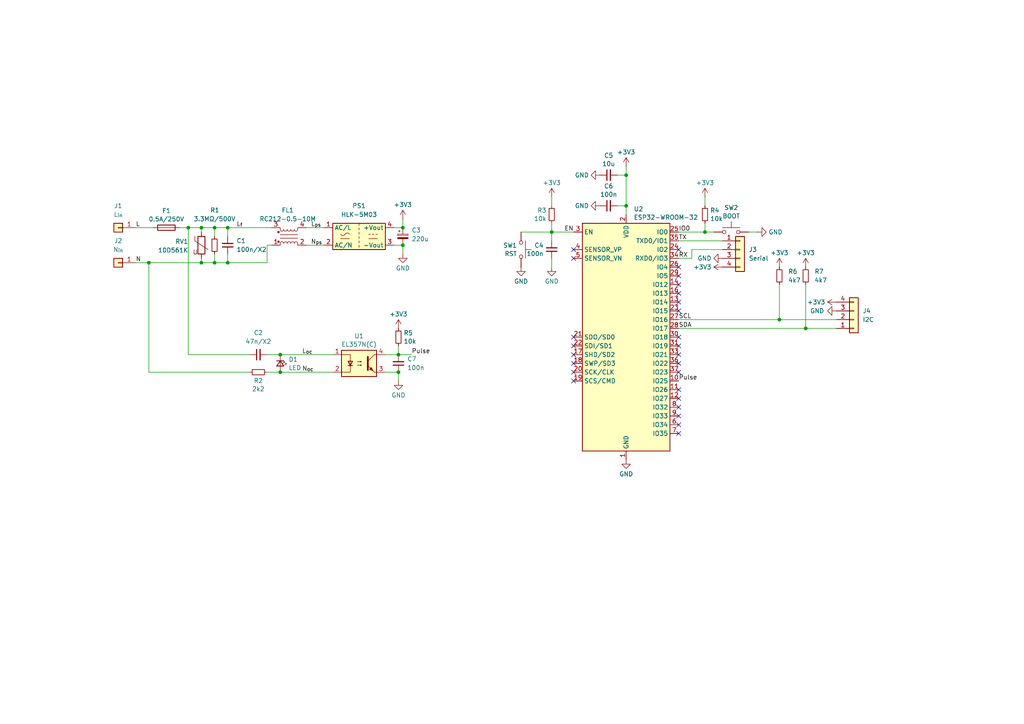
<source format=kicad_sch>
(kicad_sch (version 20231120) (generator "eeschema") (generator_version "8.0")
  (paper "A4")
  (title_block (title "Mains Frequency Monitor") (date "${DATE}") (rev "${VERSION}") (company "Qetesh"))
  (lib_symbols
    (symbol "Connector_Generic:Conn_01x01" (pin_names (offset 1.016) hide)
      (property "Reference" "J" (at 0 2.54 0))
      (property "Value" "Conn_01x01" (at 0 -2.54 0))
      (symbol "Conn_01x01_1_1"
        (rectangle (start -1.27 0.127) (end 0 -0.127) (stroke (width 0.1524)))
        (rectangle (start -1.27 1.27) (end 1.27 -1.27) (stroke (width 0.254)) (fill (type background)))
        (pin passive line (at -5.08 0 0) (length 3.81) (name "Pin_1") (number "1"))
      )
    )
    (symbol "Connector_Generic:Conn_01x04" (pin_names (offset 1.016) hide)
      (property "Reference" "J" (at 0 5.08 0))
      (property "Value" "Conn_01x04" (at 0 -7.62 0))
      (symbol "Conn_01x04_1_1"
        (rectangle (start -1.27 -4.953) (end 0 -5.207) (stroke (width 0.1524)))
        (rectangle (start -1.27 -2.413) (end 0 -2.667) (stroke (width 0.1524)))
        (rectangle (start -1.27 0.127) (end 0 -0.127) (stroke (width 0.1524)))
        (rectangle (start -1.27 2.667) (end 0 2.413) (stroke (width 0.1524)))
        (rectangle (start -1.27 3.81) (end 1.27 -6.35) (stroke (width 0.254)) (fill (type background)))
        (pin passive line (at -5.08 2.54 0) (length 3.81) (name "Pin_1") (number "1"))
        (pin passive line (at -5.08 0 0) (length 3.81) (name "Pin_2") (number "2"))
        (pin passive line (at -5.08 -2.54 0) (length 3.81) (name "Pin_3") (number "3"))
        (pin passive line (at -5.08 -5.08 0) (length 3.81) (name "Pin_4") (number "4"))
      )
    )
    (symbol "Converter_ACDC:HLK-5M03"
      (property "Reference" "PS1" (at 0 8.89 0))
      (property "Value" "HLK-5M03" (at 0 6.35 0))
      (symbol "HLK-5M03_0_1"
        (rectangle (start -7.62 3.81) (end 7.62 -3.81) (stroke (width 0.254)) (fill (type background)))
        (arc (start -5.334 0.635) (mid -4.699 0.2495) (end -4.064 0.635))
        (arc (start -2.794 0.635) (mid -3.429 1.0072) (end -4.064 0.635))
        (polyline (pts (xy -5.334 -0.635) (xy -2.794 -0.635)))
        (polyline (pts (xy 0 -2.54) (xy 0 -3.175)))
        (polyline (pts (xy 0 -1.27) (xy 0 -1.905)))
        (polyline (pts (xy 0 0) (xy 0 -0.635)))
        (polyline (pts (xy 0 1.27) (xy 0 0.635)))
        (polyline (pts (xy 0 2.54) (xy 0 1.905)))
        (polyline (pts (xy 0 3.81) (xy 0 3.175)))
        (polyline (pts (xy 2.794 -0.635) (xy 5.334 -0.635)))
        (polyline (pts (xy 2.794 0.635) (xy 3.302 0.635)))
        (polyline (pts (xy 3.81 0.635) (xy 4.318 0.635)))
        (polyline (pts (xy 4.826 0.635) (xy 5.334 0.635)))
      )
      (symbol "HLK-5M03_1_1"
        (pin passive line (at -10.16 2.54 0) (length 2.54) (name "AC/L") (number "1"))
        (pin passive line (at -10.16 -2.54 0) (length 2.54) (name "AC/N") (number "2"))
        (pin power_out line (at 10.16 -2.54 180) (length 2.54) (name "-Vout") (number "3"))
        (pin power_out line (at 10.16 2.54 180) (length 2.54) (name "+Vout") (number "4"))
      )
    )
    (symbol "Device:C_Polarized_Small" (pin_numbers hide) (pin_names (offset 0.254) hide)
      (property "Reference" "C" (at 0.254 1.778 0))
      (property "Value" "C_Polarized_Small" (at 0.254 -2.032 0))
      (symbol "C_Polarized_Small_0_1"
        (rectangle (start -1.524 -0.3048) (end 1.524 -0.6858) (fill (type outline)))
        (rectangle (start -1.524 0.6858) (end 1.524 0.3048))
        (polyline (pts (xy -1.27 1.524) (xy -0.762 1.524)))
        (polyline (pts (xy -1.016 1.27) (xy -1.016 1.778)))
      )
      (symbol "C_Polarized_Small_1_1"
        (pin passive line (at 0 2.54 270) (length 1.8542) (name "~") (number "1"))
        (pin passive line (at 0 -2.54 90) (length 1.8542) (name "~") (number "2"))
      )
    )
    (symbol "Device:C_Small" (pin_numbers hide) (pin_names (offset 0.254) hide)
      (property "Reference" "C" (at 0.254 1.778 0))
      (property "Value" "C_Small" (at 0.254 -2.032 0))
      (symbol "C_Small_0_1"
        (polyline (pts (xy -1.524 -0.508) (xy 1.524 -0.508)) (stroke (width 0.3302)))
        (polyline (pts (xy -1.524 0.508) (xy 1.524 0.508)) (stroke (width 0.3048)))
      )
      (symbol "C_Small_1_1"
        (pin passive line (at 0 2.54 270) (length 2.032) (name "~") (number "1"))
        (pin passive line (at 0 -2.54 90) (length 2.032) (name "~") (number "2"))
      )
    )
    (symbol "Device:Filter_EMI_CommonMode" (pin_names (offset 0.254) hide)
      (property "Reference" "FL" (at 0 4.445 0))
      (property "Value" "Filter_EMI_CommonMode" (at 0 -4.445 0))
      (symbol "Filter_EMI_CommonMode_0_1"
        (circle (center -3.048 -1.27) (radius 0.254) (fill (type outline)))
        (circle (center -3.048 1.524) (radius 0.254) (fill (type outline)))
        (arc (start -2.54 2.032) (mid -2.032 1.5262) (end -1.524 2.032))
        (arc (start -1.524 -2.032) (mid -2.032 -1.5262) (end -2.54 -2.032))
        (arc (start -1.524 2.032) (mid -1.016 1.5262) (end -0.508 2.032))
        (arc (start -0.508 -2.032) (mid -1.016 -1.5262) (end -1.524 -2.032))
        (arc (start -0.508 2.032) (mid 0 1.5262) (end 0.508 2.032))
        (polyline (pts (xy -2.54 -2.032) (xy -2.54 -2.54)))
        (polyline (pts (xy -2.54 0.508) (xy 2.54 0.508)))
        (polyline (pts (xy -2.54 2.032) (xy -2.54 2.54)))
        (polyline (pts (xy 2.54 -2.032) (xy 2.54 -2.54)))
        (polyline (pts (xy 2.54 -0.508) (xy -2.54 -0.508)))
        (polyline (pts (xy 2.54 2.54) (xy 2.54 2.032)))
        (arc (start 0.508 -2.032) (mid 0 -1.5262) (end -0.508 -2.032))
        (arc (start 0.508 2.032) (mid 1.016 1.5262) (end 1.524 2.032))
        (arc (start 1.524 -2.032) (mid 1.016 -1.5262) (end 0.508 -2.032))
        (arc (start 1.524 2.032) (mid 2.032 1.5262) (end 2.54 2.032))
        (arc (start 2.54 -2.032) (mid 2.032 -1.5262) (end 1.524 -2.032))
      )
      (symbol "Filter_EMI_CommonMode_1_1"
        (pin passive line (at -5.08 2.54 0) (length 2.54) (name "1") (number "1"))
        (pin passive line (at 5.08 2.54 180) (length 2.54) (name "2") (number "2"))
        (pin passive line (at -5.08 -2.54 0) (length 2.54) (name "3") (number "3"))
        (pin passive line (at 5.08 -2.54 180) (length 2.54) (name "4") (number "4"))
      )
    )
    (symbol "Device:Fuse" (pin_numbers hide) (pin_names (offset 0))
      (property "Reference" "F" (at 2.032 0 90))
      (property "Value" "Fuse" (at -1.905 0 90))
      (symbol "Fuse_0_1"
        (rectangle (start -0.762 -2.54) (end 0.762 2.54) (stroke (width 0.254)))
        (polyline (pts (xy 0 2.54) (xy 0 -2.54)))
      )
      (symbol "Fuse_1_1"
        (pin passive line (at 0 3.81 270) (length 1.27) (name "~") (number "1"))
        (pin passive line (at 0 -3.81 90) (length 1.27) (name "~") (number "2"))
      )
    )
    (symbol "Device:LED_Small" (pin_numbers hide) (pin_names (offset 0.254) hide)
      (property "Reference" "D" (at -1.27 3.175 0))
      (property "Value" "LED_Small" (at -4.445 -2.54 0))
      (symbol "LED_Small_0_1"
        (polyline (pts (xy -0.762 -1.016) (xy -0.762 1.016)) (stroke (width 0.254)))
        (polyline (pts (xy 1.016 0) (xy -0.762 0)))
        (polyline (pts (xy 0.762 -1.016) (xy -0.762 0) (xy 0.762 1.016) (xy 0.762 -1.016)) (stroke (width 0.254)))
        (polyline (pts (xy 0 0.762) (xy -0.508 1.27) (xy -0.254 1.27) (xy -0.508 1.27) (xy -0.508 1.016)))
        (polyline (pts (xy 0.508 1.27) (xy 0 1.778) (xy 0.254 1.778) (xy 0 1.778) (xy 0 1.524)))
      )
      (symbol "LED_Small_1_1"
        (pin passive line (at -2.54 0 0) (length 1.778) (name "K") (number "1"))
        (pin passive line (at 2.54 0 180) (length 1.778) (name "A") (number "2"))
      )
    )
    (symbol "Device:R_Small" (pin_numbers hide) (pin_names (offset 0.254) hide)
      (property "Reference" "R" (at 0.762 0.508 0))
      (property "Value" "R_Small" (at 0.762 -1.016 0))
      (symbol "R_Small_0_1"
        (rectangle (start -0.762 1.778) (end 0.762 -1.778) (stroke (width 0.2032)))
      )
      (symbol "R_Small_1_1"
        (pin passive line (at 0 2.54 270) (length 0.762) (name "~") (number "1"))
        (pin passive line (at 0 -2.54 90) (length 0.762) (name "~") (number "2"))
      )
    )
    (symbol "Device:Varistor" (pin_numbers hide) (pin_names (offset 0))
      (property "Reference" "RV" (at 3.175 0 90))
      (property "Value" "Varistor" (at -3.175 0 90))
      (symbol "Varistor_0_0"
        (text "U" (at -1.778 -2.032 0) (effects (font (size 1.27 1.27))))
      )
      (symbol "Varistor_0_1"
        (rectangle (start -1.016 -2.54) (end 1.016 2.54) (stroke (width 0.254)))
        (polyline (pts (xy -1.905 2.54) (xy -1.905 1.27) (xy 1.905 -1.27)))
      )
      (symbol "Varistor_1_1"
        (pin passive line (at 0 3.81 270) (length 1.27) (name "~") (number "1"))
        (pin passive line (at 0 -3.81 90) (length 1.27) (name "~") (number "2"))
      )
    )
    (symbol "Isolator:LTV-357T" (pin_names (offset 1.016))
      (property "Reference" "U" (at -5.334 4.826 0))
      (property "Value" "LTV-357T" (at 0 5.08 0))
      (symbol "LTV-357T_0_1"
        (rectangle (start -5.08 3.81) (end 5.08 -3.81) (stroke (width 0.254)) (fill (type background)))
        (polyline (pts (xy -3.175 -0.635) (xy -1.905 -0.635)) (stroke (width 0.254)))
        (polyline (pts (xy 2.54 0.635) (xy 4.445 2.54)))
        (polyline (pts (xy 4.445 -2.54) (xy 2.54 -0.635)) (fill (type outline)))
        (polyline (pts (xy 4.445 -2.54) (xy 5.08 -2.54)))
        (polyline (pts (xy 4.445 2.54) (xy 5.08 2.54)))
        (polyline (pts (xy -5.08 2.54) (xy -2.54 2.54) (xy -2.54 -0.762)))
        (polyline (pts (xy -2.54 -0.635) (xy -2.54 -2.54) (xy -5.08 -2.54)))
        (polyline (pts (xy 2.54 1.905) (xy 2.54 -1.905) (xy 2.54 -1.905)) (stroke (width 0.508)))
        (polyline (pts (xy -2.54 -0.635) (xy -3.175 0.635) (xy -1.905 0.635) (xy -2.54 -0.635)) (stroke (width 0.254)))
        (polyline (pts (xy -0.508 -0.508) (xy 0.762 -0.508) (xy 0.381 -0.635) (xy 0.381 -0.381) (xy 0.762 -0.508)))
        (polyline (pts (xy -0.508 0.508) (xy 0.762 0.508) (xy 0.381 0.381) (xy 0.381 0.635) (xy 0.762 0.508)))
        (polyline (pts (xy 3.048 -1.651) (xy 3.556 -1.143) (xy 4.064 -2.159) (xy 3.048 -1.651) (xy 3.048 -1.651)) (fill (type outline)))
      )
      (symbol "LTV-357T_1_1"
        (pin passive line (at -7.62 2.54 0) (length 2.54) (name "~") (number "1"))
        (pin passive line (at -7.62 -2.54 0) (length 2.54) (name "~") (number "2"))
        (pin passive line (at 7.62 -2.54 180) (length 2.54) (name "~") (number "3"))
        (pin passive line (at 7.62 2.54 180) (length 2.54) (name "~") (number "4"))
      )
    )
    (symbol "RF_Module:ESP32-WROOM-32"
      (property "Reference" "U" (at -12.7 34.29 0))
      (property "Value" "ESP32-WROOM-32" (at 1.27 34.29 0))
      (symbol "ESP32-WROOM-32_0_1"
        (rectangle (start -12.7 33.02) (end 12.7 -33.02) (stroke (width 0.254)) (fill (type background)))
      )
      (symbol "ESP32-WROOM-32_1_1"
        (pin power_in line (at 0 -35.56 90) (length 2.54) (name "GND") (number "1"))
        (pin bidirectional line (at 15.24 -12.7 180) (length 2.54) (name "IO25") (number "10"))
        (pin bidirectional line (at 15.24 -15.24 180) (length 2.54) (name "IO26") (number "11"))
        (pin bidirectional line (at 15.24 -17.78 180) (length 2.54) (name "IO27") (number "12"))
        (pin bidirectional line (at 15.24 10.16 180) (length 2.54) (name "IO14") (number "13"))
        (pin bidirectional line (at 15.24 15.24 180) (length 2.54) (name "IO12") (number "14"))
        (pin passive line (at 0 -35.56 90) (length 2.54) hide (name "GND") (number "15"))
        (pin bidirectional line (at 15.24 12.7 180) (length 2.54) (name "IO13") (number "16"))
        (pin bidirectional line (at -15.24 -5.08 0) (length 2.54) (name "SHD/SD2") (number "17"))
        (pin bidirectional line (at -15.24 -7.62 0) (length 2.54) (name "SWP/SD3") (number "18"))
        (pin bidirectional line (at -15.24 -12.7 0) (length 2.54) (name "SCS/CMD") (number "19"))
        (pin power_in line (at 0 35.56 270) (length 2.54) (name "VDD") (number "2"))
        (pin bidirectional line (at -15.24 -10.16 0) (length 2.54) (name "SCK/CLK") (number "20"))
        (pin bidirectional line (at -15.24 0 0) (length 2.54) (name "SDO/SD0") (number "21"))
        (pin bidirectional line (at -15.24 -2.54 0) (length 2.54) (name "SDI/SD1") (number "22"))
        (pin bidirectional line (at 15.24 7.62 180) (length 2.54) (name "IO15") (number "23"))
        (pin bidirectional line (at 15.24 25.4 180) (length 2.54) (name "IO2") (number "24"))
        (pin bidirectional line (at 15.24 30.48 180) (length 2.54) (name "IO0") (number "25"))
        (pin bidirectional line (at 15.24 20.32 180) (length 2.54) (name "IO4") (number "26"))
        (pin bidirectional line (at 15.24 5.08 180) (length 2.54) (name "IO16") (number "27"))
        (pin bidirectional line (at 15.24 2.54 180) (length 2.54) (name "IO17") (number "28"))
        (pin bidirectional line (at 15.24 17.78 180) (length 2.54) (name "IO5") (number "29"))
        (pin input line (at -15.24 30.48 0) (length 2.54) (name "EN") (number "3"))
        (pin bidirectional line (at 15.24 0 180) (length 2.54) (name "IO18") (number "30"))
        (pin bidirectional line (at 15.24 -2.54 180) (length 2.54) (name "IO19") (number "31"))
        (pin no_connect line (at -12.7 -27.94 0) (length 2.54) hide (name "NC") (number "32"))
        (pin bidirectional line (at 15.24 -5.08 180) (length 2.54) (name "IO21") (number "33"))
        (pin bidirectional line (at 15.24 22.86 180) (length 2.54) (name "RXD0/IO3") (number "34"))
        (pin bidirectional line (at 15.24 27.94 180) (length 2.54) (name "TXD0/IO1") (number "35"))
        (pin bidirectional line (at 15.24 -7.62 180) (length 2.54) (name "IO22") (number "36"))
        (pin bidirectional line (at 15.24 -10.16 180) (length 2.54) (name "IO23") (number "37"))
        (pin passive line (at 0 -35.56 90) (length 2.54) hide (name "GND") (number "38"))
        (pin passive line (at 0 -35.56 90) (length 2.54) hide (name "GND") (number "39"))
        (pin input line (at -15.24 25.4 0) (length 2.54) (name "SENSOR_VP") (number "4"))
        (pin input line (at -15.24 22.86 0) (length 2.54) (name "SENSOR_VN") (number "5"))
        (pin input line (at 15.24 -25.4 180) (length 2.54) (name "IO34") (number "6"))
        (pin input line (at 15.24 -27.94 180) (length 2.54) (name "IO35") (number "7"))
        (pin bidirectional line (at 15.24 -20.32 180) (length 2.54) (name "IO32") (number "8"))
        (pin bidirectional line (at 15.24 -22.86 180) (length 2.54) (name "IO33") (number "9"))
      )
    )
    (symbol "Switch:SW_Push" (pin_numbers hide) (pin_names (offset 1.016) hide)
      (property "Reference" "SW" (at 1.27 2.54 0))
      (property "Value" "SW_Push" (at 0 -1.524 0))
      (symbol "SW_Push_0_1"
        (circle (center -2.032 0) (radius 0.508))
        (polyline (pts (xy 0 1.27) (xy 0 3.048)))
        (polyline (pts (xy 2.54 1.27) (xy -2.54 1.27)))
        (circle (center 2.032 0) (radius 0.508))
        (pin passive line (at -5.08 0 0) (length 2.54) (name "1") (number "1"))
        (pin passive line (at 5.08 0 180) (length 2.54) (name "2") (number "2"))
      )
    )
    (symbol "power:+3V3" (power) (pin_numbers hide) (pin_names (offset 0) hide)
      (property "Value" "+3V3" (at 0 3.556 0))
      (symbol "+3V3_0_1"
        (polyline (pts (xy -0.762 1.27) (xy 0 2.54)))
        (polyline (pts (xy 0 0) (xy 0 2.54)))
        (polyline (pts (xy 0 2.54) (xy 0.762 1.27)))
      )
      (symbol "+3V3_1_1"
        (pin power_in line (at 0 0 90) (length 0) (name "~") (number "1"))
      )
    )
    (symbol "power:GND" (power) (pin_numbers hide) (pin_names (offset 0) hide)
      (property "Value" "GND" (at 0 -3.81 0))
      (symbol "GND_0_1"
        (polyline (pts (xy 0 0) (xy 0 -1.27) (xy 1.27 -1.27) (xy 0 -2.54) (xy -1.27 -1.27) (xy 0 -1.27)))
      )
      (symbol "GND_1_1"
        (pin power_in line (at 0 0 270) (length 0) (name "~") (number "1"))
      )
    )
  )
  (junction (at 181.61 50.8))
  (junction (at 66.04 76.2))
  (junction (at 226.06 92.71))
  (junction (at 62.23 66.04))
  (junction (at 54.61 66.04))
  (junction (at 160.02 67.31))
  (junction (at 233.68 95.25))
  (junction (at 81.28 107.95))
  (junction (at 43.18 76.2))
  (junction (at 66.04 66.04))
  (junction (at 58.42 76.2))
  (junction (at 115.57 107.95))
  (junction (at 58.42 66.04))
  (junction (at 81.28 102.87))
  (junction (at 62.23 76.2))
  (junction (at 115.57 102.87))
  (junction (at 204.47 67.31))
  (junction (at 181.61 59.69))
  (junction (at 116.84 66.04))
  (junction (at 116.84 71.12))
  (no_connect (at 166.37 107.95))
  (no_connect (at 196.85 100.33))
  (no_connect (at 166.37 102.87))
  (no_connect (at 196.85 120.65))
  (no_connect (at 196.85 82.55))
  (no_connect (at 196.85 115.57))
  (no_connect (at 196.85 77.47))
  (no_connect (at 196.85 113.03))
  (no_connect (at 196.85 72.39))
  (no_connect (at 166.37 74.93))
  (no_connect (at 196.85 107.95))
  (no_connect (at 196.85 85.09))
  (no_connect (at 166.37 100.33))
  (no_connect (at 196.85 125.73))
  (no_connect (at 196.85 90.17))
  (no_connect (at 196.85 102.87))
  (no_connect (at 196.85 105.41))
  (no_connect (at 166.37 105.41))
  (no_connect (at 196.85 80.01))
  (no_connect (at 166.37 97.79))
  (no_connect (at 196.85 87.63))
  (no_connect (at 196.85 118.11))
  (no_connect (at 166.37 110.49))
  (no_connect (at 166.37 72.39))
  (no_connect (at 196.85 97.79))
  (no_connect (at 196.85 123.19))
  (wire (pts (xy 204.47 64.77) (xy 204.47 67.31)))
  (wire (pts (xy 66.04 66.04) (xy 66.04 68.58)))
  (wire (pts (xy 115.57 110.49) (xy 115.57 107.95)))
  (wire (pts (xy 54.61 102.87) (xy 72.39 102.87)))
  (wire (pts (xy 115.57 100.33) (xy 115.57 102.87)))
  (wire (pts (xy 116.84 66.04) (xy 114.3 66.04)))
  (wire (pts (xy 181.61 59.69) (xy 181.61 62.23)))
  (wire (pts (xy 88.9 66.04) (xy 93.98 66.04)))
  (wire (pts (xy 217.17 67.31) (xy 219.71 67.31)))
  (wire (pts (xy 114.3 71.12) (xy 116.84 71.12)))
  (wire (pts (xy 151.13 67.31) (xy 160.02 67.31)))
  (wire (pts (xy 181.61 50.8) (xy 181.61 59.69)))
  (wire (pts (xy 160.02 74.93) (xy 160.02 77.47)))
  (wire (pts (xy 181.61 48.26) (xy 181.61 50.8)))
  (wire (pts (xy 62.23 76.2) (xy 66.04 76.2)))
  (wire (pts (xy 77.47 71.12) (xy 78.74 71.12)))
  (wire (pts (xy 115.57 102.87) (xy 119.38 102.87)))
  (wire (pts (xy 52.07 66.04) (xy 54.61 66.04)))
  (wire (pts (xy 233.68 95.25) (xy 242.57 95.25)))
  (wire (pts (xy 81.28 107.95) (xy 96.52 107.95)))
  (wire (pts (xy 66.04 76.2) (xy 77.47 76.2)))
  (wire (pts (xy 233.68 82.55) (xy 233.68 95.25)))
  (wire (pts (xy 204.47 57.15) (xy 204.47 59.69)))
  (wire (pts (xy 196.85 95.25) (xy 233.68 95.25)))
  (wire (pts (xy 62.23 66.04) (xy 62.23 68.58)))
  (wire (pts (xy 204.47 67.31) (xy 207.01 67.31)))
  (wire (pts (xy 66.04 73.66) (xy 66.04 76.2)))
  (wire (pts (xy 196.85 92.71) (xy 226.06 92.71)))
  (wire (pts (xy 160.02 64.77) (xy 160.02 67.31)))
  (wire (pts (xy 39.37 76.2) (xy 43.18 76.2)))
  (wire (pts (xy 58.42 66.04) (xy 58.42 67.31)))
  (wire (pts (xy 39.37 66.04) (xy 44.45 66.04)))
  (wire (pts (xy 43.18 107.95) (xy 72.39 107.95)))
  (wire (pts (xy 77.47 102.87) (xy 81.28 102.87)))
  (wire (pts (xy 43.18 76.2) (xy 58.42 76.2)))
  (wire (pts (xy 196.85 67.31) (xy 204.47 67.31)))
  (wire (pts (xy 200.66 72.39) (xy 200.66 74.93)))
  (wire (pts (xy 77.47 107.95) (xy 81.28 107.95)))
  (wire (pts (xy 116.84 71.12) (xy 116.84 73.66)))
  (wire (pts (xy 66.04 66.04) (xy 62.23 66.04)))
  (wire (pts (xy 88.9 71.12) (xy 93.98 71.12)))
  (wire (pts (xy 111.76 102.87) (xy 115.57 102.87)))
  (wire (pts (xy 116.84 63.5) (xy 116.84 66.04)))
  (wire (pts (xy 81.28 102.87) (xy 96.52 102.87)))
  (wire (pts (xy 179.07 59.69) (xy 181.61 59.69)))
  (wire (pts (xy 209.55 72.39) (xy 200.66 72.39)))
  (wire (pts (xy 54.61 66.04) (xy 58.42 66.04)))
  (wire (pts (xy 179.07 50.8) (xy 181.61 50.8)))
  (wire (pts (xy 160.02 57.15) (xy 160.02 59.69)))
  (wire (pts (xy 58.42 74.93) (xy 58.42 76.2)))
  (wire (pts (xy 160.02 67.31) (xy 160.02 69.85)))
  (wire (pts (xy 58.42 76.2) (xy 62.23 76.2)))
  (wire (pts (xy 58.42 66.04) (xy 62.23 66.04)))
  (wire (pts (xy 200.66 74.93) (xy 196.85 74.93)))
  (wire (pts (xy 226.06 82.55) (xy 226.06 92.71)))
  (wire (pts (xy 54.61 66.04) (xy 54.61 102.87)))
  (wire (pts (xy 62.23 73.66) (xy 62.23 76.2)))
  (wire (pts (xy 196.85 69.85) (xy 209.55 69.85)))
  (wire (pts (xy 226.06 92.71) (xy 242.57 92.71)))
  (wire (pts (xy 77.47 76.2) (xy 77.47 71.12)))
  (wire (pts (xy 111.76 107.95) (xy 115.57 107.95)))
  (wire (pts (xy 43.18 76.2) (xy 43.18 107.95)))
  (wire (pts (xy 66.04 66.04) (xy 78.74 66.04)))
  (wire (pts (xy 160.02 67.31) (xy 166.37 67.31)))
  (label "Pulse" (at 196.85 110.49 0))
  (label "N_{oc}" (at 87.63 107.95 0))
  (label "IO0" (at 196.85 67.31 0))
  (label "TX" (at 196.85 69.85 0))
  (label "L" (at 39.37 66.04 0))
  (label "SCL" (at 196.85 92.71 0))
  (label "EN" (at 166.37 67.31 180))
  (label "N_{ps}" (at 90.17 71.12 0))
  (label "L_{ps}" (at 90.17 66.04 0))
  (label "SDA" (at 196.85 95.25 0))
  (label "L_{f}" (at 68.58 66.04 0))
  (label "Pulse" (at 119.38 102.87 0))
  (label "L_{oc}" (at 87.63 102.87 0))
  (label "RX" (at 196.85 74.93 0))
  (label "N" (at 39.37 76.2 0))
  (symbol (lib_id "Device:R_Small") (at 204.47 62.23 0) (mirror y) (unit 1)
    (property "Reference" "R4" (at 205.9686 61.0178 0) (effects (justify right)))
    (property "Value" "10k" (at 205.9686 63.4421 0) (effects (justify right)))
    (property "Footprint" "Resistor_SMD:R_0603_1608Metric_Pad0.98x0.95mm_HandSolder" (effects (hide yes)))
    (property "Description" "Resistor, small symbol" (effects (hide yes)))
    (property "LCSC" "C25804" (effects (hide yes)))
  )
  (symbol (lib_id "Device:Varistor") (at 58.42 71.12 0) (unit 1)
    (property "Reference" "RV1" (at 54.61 70.0432 0) (effects (justify right)))
    (property "Value" "10D561K" (at 54.61 72.5832 0) (effects (justify right)))
    (property "Footprint" "Varistor:RV_Disc_D12mm_W5.8mm_P7.5mm" (effects (hide yes)))
    (property "Description" "Voltage dependent resistor" (effects (hide yes)))
    (property "Sim.Name" "kicad_builtin_varistor" (effects (hide yes)))
    (property "Sim.Device" "SUBCKT" (effects (hide yes)))
    (property "Sim.Pins" "1=A 2=B" (effects (hide yes)))
    (property "Sim.Params" "threshold=1k" (effects (hide yes)))
    (property "Sim.Library" "${KICAD7_SYMBOL_DIR}/Simulation_SPICE.sp" (effects (hide yes)))
  )
  (symbol (lib_id "power:GND") (at 115.57 110.49 0) (unit 1)
    (property "Reference" "#PWR01" (effects (hide yes)))
    (property "Value" "GND" (at 115.57 114.6231 0))
    (property "Description" "Power symbol creates a global label with name \"GND\" , ground" (effects (hide yes)))
  )
  (symbol (lib_id "power:+3V3") (at 226.06 77.47 0) (unit 1)
    (property "Reference" "#PWR018" (effects (hide yes)))
    (property "Value" "+3V3" (at 226.06 73.3369 0))
    (property "Description" "Power symbol creates a global label with name \"+3V3\"" (effects (hide yes)))
  )
  (symbol (lib_id "power:GND") (at 173.99 50.8 270) (unit 1)
    (property "Reference" "#PWR07" (effects (hide yes)))
    (property "Value" "GND" (at 170.8151 50.8 90) (effects (justify right)))
    (property "Description" "Power symbol creates a global label with name \"GND\" , ground" (effects (hide yes)))
  )
  (symbol (lib_id "Device:R_Small") (at 160.02 62.23 0) (mirror y) (unit 1)
    (property "Reference" "R3" (at 158.5214 61.0178 0) (effects (justify left)))
    (property "Value" "10k" (at 158.5214 63.4421 0) (effects (justify left)))
    (property "Footprint" "Resistor_SMD:R_0603_1608Metric_Pad0.98x0.95mm_HandSolder" (effects (hide yes)))
    (property "Description" "Resistor, small symbol" (effects (hide yes)))
    (property "LCSC" "C25804" (effects (hide yes)))
  )
  (symbol (lib_id "Device:C_Small") (at 115.57 105.41 180) (unit 1)
    (property "Reference" "C7" (at 118.11 104.1335 0) (effects (justify right)))
    (property "Value" "100n" (at 118.11 106.6735 0) (effects (justify right)))
    (property "Footprint" "Capacitor_SMD:C_0603_1608Metric_Pad1.08x0.95mm_HandSolder" (effects (hide yes)))
    (property "Description" "Unpolarized capacitor, small symbol" (effects (hide yes)))
    (property "LCSC" "C14663" (effects (hide yes)))
  )
  (symbol (lib_id "power:+3V3") (at 204.47 57.15 0) (unit 1)
    (property "Reference" "#PWR011" (effects (hide yes)))
    (property "Value" "+3V3" (at 204.47 53.0169 0))
    (property "Description" "Power symbol creates a global label with name \"+3V3\"" (effects (hide yes)))
  )
  (symbol (lib_id "Device:C_Small") (at 176.53 50.8 90) (unit 1)
    (property "Reference" "C5" (at 176.5363 45.0934 90))
    (property "Value" "10u" (at 176.5363 47.5177 90))
    (property "Footprint" "Capacitor_SMD:C_0603_1608Metric_Pad1.08x0.95mm_HandSolder" (effects (hide yes)))
    (property "Description" "Unpolarized capacitor, small symbol" (effects (hide yes)))
    (property "LCSC" "C19702" (effects (hide yes)))
  )
  (symbol (lib_id "Device:Fuse") (at 48.26 66.04 90) (unit 1)
    (property "Reference" "F1" (at 48.26 61.1335 90))
    (property "Value" "0.5A/250V" (at 48.26 63.5578 90))
    (property "Footprint" "Fuse:Fuseholder_TR5_Littelfuse_No560_No460" (effects (hide yes)))
    (property "Description" "Fuse" (effects (hide yes)))
  )
  (symbol (lib_id "power:GND") (at 209.55 74.93 270) (unit 1)
    (property "Reference" "#PWR012" (effects (hide yes)))
    (property "Value" "GND" (at 206.3751 74.93 90) (effects (justify right)))
    (property "Description" "Power symbol creates a global label with name \"GND\" , ground" (effects (hide yes)))
  )
  (symbol (lib_id "Connector_Generic:Conn_01x01") (at 34.29 66.04 180) (unit 1)
    (property "Reference" "J1" (at 34.29 59.69 0))
    (property "Value" "L_{in}" (at 34.29 62.23 0))
    (property "Footprint" "Connector_Wire:SolderWire-0.75sqmm_1x01_D1.25mm_OD3.5mm" (effects (hide yes)))
    (property "Description" "Generic connector, single row, 01x01, script generated (kicad-library-utils/schlib/autogen/connector/)" (effects (hide yes)))
  )
  (symbol (lib_id "power:+3V3") (at 181.61 48.26 0) (unit 1)
    (property "Reference" "#PWR09" (effects (hide yes)))
    (property "Value" "+3V3" (at 181.61 44.1269 0))
    (property "Description" "Power symbol creates a global label with name \"+3V3\"" (effects (hide yes)))
  )
  (symbol (lib_id "Device:C_Small") (at 66.04 71.12 180) (unit 1)
    (property "Reference" "C1" (at 68.58 69.8435 0) (effects (justify right)))
    (property "Value" "100n/X2" (at 68.58 72.3835 0) (effects (justify right)))
    (property "Footprint" "Capacitor_THT:C_Rect_L13.0mm_W5.0mm_P10.00mm_FKS3_FKP3_MKS4" (effects (hide yes)))
    (property "Description" "Unpolarized capacitor, small symbol" (effects (hide yes)))
  )
  (symbol (lib_id "Device:R_Small") (at 115.57 97.79 0) (unit 1)
    (property "Reference" "R5" (at 117.0686 96.5778 0) (effects (justify left)))
    (property "Value" "10k" (at 117.0686 99.0021 0) (effects (justify left)))
    (property "Footprint" "Resistor_SMD:R_0603_1608Metric_Pad0.98x0.95mm_HandSolder" (effects (hide yes)))
    (property "Description" "Resistor, small symbol" (effects (hide yes)))
    (property "LCSC" "C25804" (effects (hide yes)))
  )
  (symbol (lib_id "Connector_Generic:Conn_01x01") (at 34.29 76.2 180) (unit 1)
    (property "Reference" "J2" (at 34.29 69.85 0))
    (property "Value" "N_{in}" (at 34.29 72.39 0))
    (property "Footprint" "Connector_Wire:SolderWire-0.75sqmm_1x01_D1.25mm_OD3.5mm" (effects (hide yes)))
    (property "Description" "Generic connector, single row, 01x01, script generated (kicad-library-utils/schlib/autogen/connector/)" (effects (hide yes)))
  )
  (symbol (lib_id "Isolator:LTV-357T") (at 104.14 105.41 0) (unit 1)
    (property "Reference" "U1" (at 104.14 97.4555 0))
    (property "Value" "EL357N(C)" (at 104.14 99.8798 0))
    (property "Footprint" "Package_SO:SO-4_4.4x3.6mm_P2.54mm" (effects (hide yes)))
    (property "Datasheet" "https://www.buerklin.com/medias/sys_master/download/download/h91/ha0/8892020588574.pdf" (effects (hide yes)))
    (property "Description" "DC Optocoupler, Vce 35V, CTR 50%, SO-4" (effects (hide yes)))
    (property "LCSC" "C29981" (effects (hide yes)))
  )
  (symbol (lib_id "power:GND") (at 160.02 77.47 0) (unit 1)
    (property "Reference" "#PWR06" (effects (hide yes)))
    (property "Value" "GND" (at 160.02 81.6031 0))
    (property "Description" "Power symbol creates a global label with name \"GND\" , ground" (effects (hide yes)))
  )
  (symbol (lib_id "Device:R_Small") (at 226.06 80.01 0) (unit 1)
    (property "Reference" "R6" (at 228.6 78.7399 0) (effects (justify left)))
    (property "Value" "4k7" (at 228.6 81.2799 0) (effects (justify left)))
    (property "Footprint" "Resistor_SMD:R_0603_1608Metric_Pad0.98x0.95mm_HandSolder" (effects (hide yes)))
    (property "Description" "Resistor, small symbol" (effects (hide yes)))
    (property "LCSC" "C23162" (effects (hide yes)))
  )
  (symbol (lib_id "Device:Filter_EMI_CommonMode") (at 83.82 68.58 0) (mirror x) (unit 1)
    (property "Reference" "FL1" (at 83.439 60.96 0))
    (property "Value" "RC212-0.5-10M" (at 83.439 63.5 0))
    (property "Footprint" "My_Footprints:Schaffner_RC212" (effects (hide yes)))
    (property "Description" "EMI 2-inductor common mode filter" (effects (hide yes)))
  )
  (symbol (lib_id "Device:C_Small") (at 74.93 102.87 90) (unit 1)
    (property "Reference" "C2" (at 74.9363 96.52 90))
    (property "Value" "47n/X2" (at 74.9363 99.06 90))
    (property "Footprint" "Capacitor_THT:C_Rect_L10.3mm_W5.7mm_P7.50mm_MKS4" (effects (hide yes)))
    (property "Description" "Unpolarized capacitor, small symbol" (effects (hide yes)))
  )
  (symbol (lib_id "power:+3V3") (at 209.55 77.47 90) (unit 1)
    (property "Reference" "#PWR013" (effects (hide yes)))
    (property "Value" "+3V3" (at 206.375 77.47 90) (effects (justify left)))
    (property "Description" "Power symbol creates a global label with name \"+3V3\"" (effects (hide yes)))
  )
  (symbol (lib_id "Connector_Generic:Conn_01x04") (at 214.63 72.39 0) (unit 1)
    (property "Reference" "J3" (at 217.17 72.3899 0) (effects (justify left)))
    (property "Value" "Serial" (at 217.17 74.9299 0) (effects (justify left)))
    (property "Footprint" "Connector_PinSocket_2.54mm:PinSocket_1x04_P2.54mm_Vertical" (effects (hide yes)))
    (property "Description" "Generic connector, single row, 01x04, script generated (kicad-library-utils/schlib/autogen/connector/)" (effects (hide yes)))
  )
  (symbol (lib_id "power:GND") (at 219.71 67.31 90) (unit 1)
    (property "Reference" "#PWR016" (effects (hide yes)))
    (property "Value" "GND" (at 222.885 67.31 90) (effects (justify right)))
    (property "Description" "Power symbol creates a global label with name \"GND\" , ground" (effects (hide yes)))
  )
  (symbol (lib_id "Switch:SW_Push") (at 212.09 67.31 0) (unit 1)
    (property "Reference" "SW2" (at 212.09 60.2445 0))
    (property "Value" "BOOT" (at 212.09 62.6688 0))
    (property "Footprint" "Button_Switch_SMD:SW_Push_1P1T_XKB_TS-1187A" (effects (hide yes)))
    (property "Description" "Push button switch, generic, two pins" (effects (hide yes)))
    (property "LCSC" "C318884" (effects (hide yes)))
  )
  (symbol (lib_id "power:GND") (at 116.84 73.66 0) (unit 1)
    (property "Reference" "#PWR03" (effects (hide yes)))
    (property "Value" "GND" (at 116.84 77.7931 0))
    (property "Description" "Power symbol creates a global label with name \"GND\" , ground" (effects (hide yes)))
  )
  (symbol (lib_id "power:GND") (at 151.13 77.47 0) (unit 1)
    (property "Reference" "#PWR04" (effects (hide yes)))
    (property "Value" "GND" (at 151.13 81.6031 0))
    (property "Description" "Power symbol creates a global label with name \"GND\" , ground" (effects (hide yes)))
  )
  (symbol (lib_id "Device:LED_Small") (at 81.28 105.41 270) (unit 1)
    (property "Reference" "D1" (at 83.693 104.2613 90) (effects (justify left)))
    (property "Value" "LED" (at 83.693 106.6856 90) (effects (justify left)))
    (property "Footprint" "LED_SMD:LED_0805_2012Metric_Pad1.15x1.40mm_HandSolder" (effects (hide yes)))
    (property "Description" "Light emitting diode, small symbol" (effects (hide yes)))
    (property "LCSC" "C84256" (effects (hide yes)))
  )
  (symbol (lib_id "Device:C_Small") (at 176.53 59.69 90) (unit 1)
    (property "Reference" "C6" (at 176.5363 53.9834 90))
    (property "Value" "100n" (at 176.5363 56.4077 90))
    (property "Footprint" "Capacitor_SMD:C_0603_1608Metric_Pad1.08x0.95mm_HandSolder" (effects (hide yes)))
    (property "Description" "Unpolarized capacitor, small symbol" (effects (hide yes)))
    (property "LCSC" "C14663" (effects (hide yes)))
  )
  (symbol (lib_id "Converter_ACDC:HLK-5M03") (at 104.14 68.58 0) (unit 1)
    (property "Reference" "PS1" (at 104.14 59.69 0))
    (property "Value" "HLK-5M03" (at 104.14 62.23 0))
    (property "Footprint" "Converter_ACDC:Converter_ACDC_Hi-Link_HLK-5Mxx" (effects (hide yes)))
    (property "Datasheet" "http://h.hlktech.com/download/ACDC%E7%94%B5%E6%BA%90%E6%A8%A1%E5%9D%975W%E7%B3%BB%E5%88%97/1/%E6%B5%B7%E5%87%8C%E7%A7%915W%E7%B3%BB%E5%88%97%E7%94%B5%E6%BA%90%E6%A8%A1%E5%9D%97%E8%A7%84%E6%A0%BC%E4%B9%A6V2.8.pdf" (effects (hide yes)))
    (property "Description" "Compact AC/DC board mount power module 5W, 3.3V 1.5A" (effects (hide yes)))
  )
  (symbol (lib_id "Device:C_Polarized_Small") (at 116.84 68.58 0) (unit 1)
    (property "Reference" "C3" (at 119.38 66.7638 0) (effects (justify left)))
    (property "Value" "220u" (at 119.38 69.3038 0) (effects (justify left)))
    (property "Footprint" "Capacitor_THT:CP_Radial_D6.3mm_P2.50mm" (effects (hide yes)))
    (property "Description" "Polarized capacitor, small symbol" (effects (hide yes)))
  )
  (symbol (lib_id "power:GND") (at 242.57 90.17 270) (unit 1)
    (property "Reference" "#PWR015" (effects (hide yes)))
    (property "Value" "GND" (at 234.95 90.17 90) (effects (justify left)))
  )
  (symbol (lib_id "Device:C_Small") (at 160.02 72.39 180) (unit 1)
    (property "Reference" "C4" (at 157.696 71.1714 0) (effects (justify left)))
    (property "Value" "100n" (at 157.696 73.5957 0) (effects (justify left)))
    (property "Footprint" "Capacitor_SMD:C_0603_1608Metric_Pad1.08x0.95mm_HandSolder" (effects (hide yes)))
    (property "Description" "Unpolarized capacitor, small symbol" (effects (hide yes)))
    (property "LCSC" "C14663" (effects (hide yes)))
  )
  (symbol (lib_id "Device:R_Small") (at 74.93 107.95 90) (unit 1)
    (property "Reference" "R2" (at 74.93 110.4067 90))
    (property "Value" "2k2" (at 74.93 112.831 90))
    (property "Footprint" "Resistor_THT:R_Axial_DIN0207_L6.3mm_D2.5mm_P7.62mm_Horizontal" (effects (hide yes)))
    (property "Description" "Resistor, small symbol" (effects (hide yes)))
  )
  (symbol (lib_id "Connector_Generic:Conn_01x04") (at 247.65 92.71 0) (mirror x) (unit 1)
    (property "Reference" "J4" (at 250.19 90.1699 0) (effects (justify left)))
    (property "Value" "I2C" (at 250.19 92.7099 0) (effects (justify left)))
    (property "Footprint" "Connector_JST:JST_PH_B4B-PH-K_1x04_P2.00mm_Vertical" (effects (hide yes)))
    (property "LCSC" "C157926" (effects (hide yes)))
  )
  (symbol (lib_id "power:+3V3") (at 160.02 57.15 0) (unit 1)
    (property "Reference" "#PWR05" (effects (hide yes)))
    (property "Value" "+3V3" (at 160.02 53.0169 0))
    (property "Description" "Power symbol creates a global label with name \"+3V3\"" (effects (hide yes)))
  )
  (symbol (lib_id "RF_Module:ESP32-WROOM-32") (at 181.61 97.79 0) (unit 1)
    (property "Reference" "U2" (at 183.8041 60.6255 0) (effects (justify left)))
    (property "Value" "ESP32-WROOM-32" (at 183.8041 63.0498 0) (effects (justify left)))
    (property "Footprint" "RF_Module:ESP32-WROOM-32" (effects (hide yes)))
    (property "Datasheet" "https://www.espressif.com/sites/default/files/documentation/esp32-wroom-32_datasheet_en.pdf" (effects (hide yes)))
    (property "Description" "RF Module, ESP32-D0WDQ6 SoC, Wi-Fi 802.11b/g/n, Bluetooth, BLE, 32-bit, 2.7-3.6V, onboard antenna, SMD" (effects (hide yes)))
    (property "LCSC" "C503588" (effects (hide yes)))
  )
  (symbol (lib_id "power:+3V3") (at 115.57 95.25 0) (unit 1)
    (property "Reference" "#PWR017" (effects (hide yes)))
    (property "Value" "+3V3" (at 115.57 91.1169 0))
    (property "Description" "Power symbol creates a global label with name \"+3V3\"" (effects (hide yes)))
  )
  (symbol (lib_id "power:+3V3") (at 242.57 87.63 90) (unit 1)
    (property "Reference" "#PWR014" (effects (hide yes)))
    (property "Value" "+3V3" (at 239.395 87.63 90) (effects (justify left)))
    (property "Description" "Power symbol creates a global label with name \"+3V3\"" (effects (hide yes)))
  )
  (symbol (lib_id "power:+3V3") (at 233.68 77.47 0) (unit 1)
    (property "Reference" "#PWR019" (effects (hide yes)))
    (property "Value" "+3V3" (at 233.68 73.3369 0))
    (property "Description" "Power symbol creates a global label with name \"+3V3\"" (effects (hide yes)))
  )
  (symbol (lib_id "Device:R_Small") (at 62.23 71.12 180) (unit 1)
    (property "Reference" "R1" (at 60.96 60.96 0) (effects (justify right)))
    (property "Value" "3.3MΩ/500V" (at 56.134 63.5 0) (effects (justify right)))
    (property "Footprint" "Resistor_THT:R_Axial_DIN0207_L6.3mm_D2.5mm_P7.62mm_Horizontal" (effects (hide yes)))
    (property "Description" "Resistor, small symbol" (effects (hide yes)))
  )
  (symbol (lib_id "Switch:SW_Push") (at 151.13 72.39 270) (mirror x) (unit 1)
    (property "Reference" "SW1" (at 149.987 71.1778 90) (effects (justify right)))
    (property "Value" "RST" (at 149.987 73.6021 90) (effects (justify right)))
    (property "Footprint" "Button_Switch_SMD:SW_Push_1P1T_XKB_TS-1187A" (effects (hide yes)))
    (property "Description" "Push button switch, generic, two pins" (effects (hide yes)))
    (property "LCSC" "C318884" (effects (hide yes)))
  )
  (symbol (lib_id "Device:R_Small") (at 233.68 80.01 0) (unit 1)
    (property "Reference" "R7" (at 236.22 78.7399 0) (effects (justify left)))
    (property "Value" "4k7" (at 236.22 81.2799 0) (effects (justify left)))
    (property "Footprint" "Resistor_SMD:R_0603_1608Metric_Pad0.98x0.95mm_HandSolder" (effects (hide yes)))
    (property "Description" "Resistor, small symbol" (effects (hide yes)))
    (property "LCSC" "C23162" (effects (hide yes)))
  )
  (symbol (lib_id "power:GND") (at 181.61 133.35 0) (unit 1)
    (property "Reference" "#PWR010" (effects (hide yes)))
    (property "Value" "GND" (at 181.61 137.4831 0))
    (property "Description" "Power symbol creates a global label with name \"GND\" , ground" (effects (hide yes)))
  )
  (symbol (lib_id "power:GND") (at 173.99 59.69 270) (unit 1)
    (property "Reference" "#PWR08" (effects (hide yes)))
    (property "Value" "GND" (at 170.8151 59.69 90) (effects (justify right)))
    (property "Description" "Power symbol creates a global label with name \"GND\" , ground" (effects (hide yes)))
  )
  (symbol (lib_id "power:+3V3") (at 116.84 63.5 0) (unit 1)
    (property "Reference" "#PWR02" (effects (hide yes)))
    (property "Value" "+3V3" (at 116.84 59.3669 0))
    (property "Description" "Power symbol creates a global label with name \"+3V3\"" (effects (hide yes)))
  )
)
</source>
